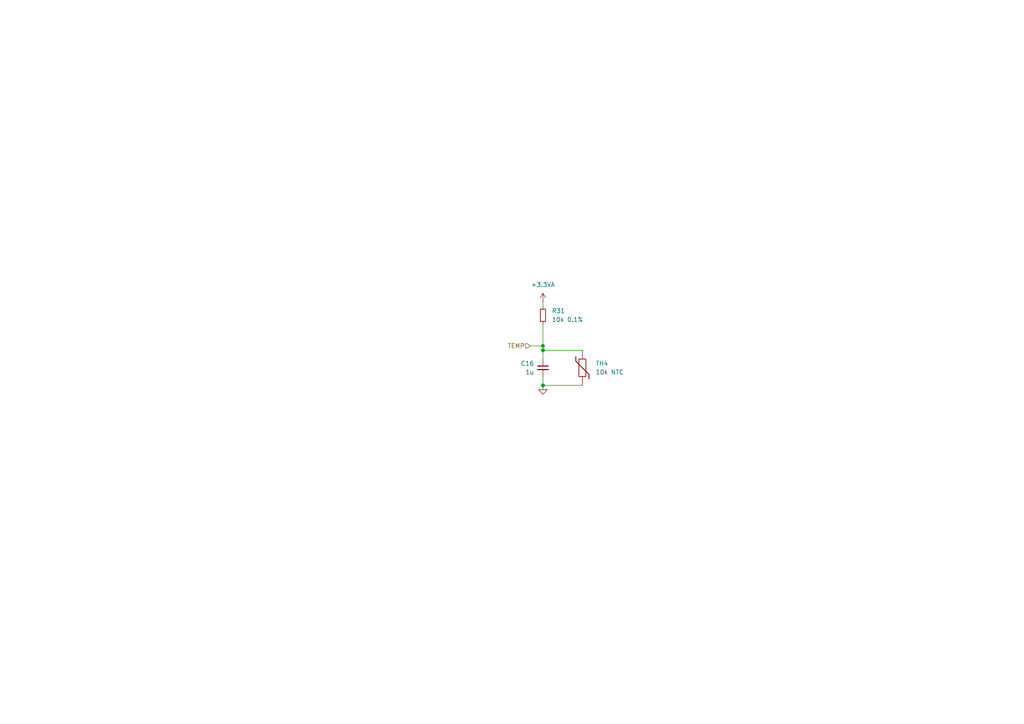
<source format=kicad_sch>
(kicad_sch (version 20230121) (generator eeschema)
  (paper "A4")
  (lib_symbols
    (symbol "Device:C_Small" (pin_numbers hide) (pin_names (offset 0.254) hide)
      (property "Reference" "C" (at 0.254 1.778 0))
      (property "Value" "C_Small" (at 0.254 -2.032 0))
      (symbol "C_Small_0_1"
        (polyline (pts (xy -1.524 -0.508) (xy 1.524 -0.508)) (stroke (width 0.3302)))
        (polyline (pts (xy -1.524 0.508) (xy 1.524 0.508)) (stroke (width 0.3048)))
      )
      (symbol "C_Small_1_1"
        (pin passive line (at 0 2.54 270) (length 2.032) (name "~") (number "1"))
        (pin passive line (at 0 -2.54 90) (length 2.032) (name "~") (number "2"))
      )
    )
    (symbol "Device:R_Small" (pin_numbers hide) (pin_names (offset 0.254) hide)
      (property "Reference" "R" (at 0.762 0.508 0))
      (property "Value" "R_Small" (at 0.762 -1.016 0))
      (symbol "R_Small_0_1"
        (rectangle (start -0.762 1.778) (end 0.762 -1.778) (stroke (width 0.2032)))
      )
      (symbol "R_Small_1_1"
        (pin passive line (at 0 2.54 270) (length 0.762) (name "~") (number "1"))
        (pin passive line (at 0 -2.54 90) (length 0.762) (name "~") (number "2"))
      )
    )
    (symbol "Device:Thermistor" (pin_numbers hide) (pin_names (offset 0))
      (property "Reference" "TH" (at 2.54 1.27 90))
      (property "Value" "Thermistor" (at -2.54 0 90))
      (symbol "Thermistor_0_1"
        (rectangle (start -1.016 2.54) (end 1.016 -2.54) (stroke (width 0.2032)))
        (polyline (pts (xy -1.905 3.175) (xy -1.905 1.905) (xy 1.905 -1.905) (xy 1.905 -3.175) (xy 1.905 -3.175)) (stroke (width 0.254)))
      )
      (symbol "Thermistor_1_1"
        (pin passive line (at 0 5.08 270) (length 2.54) (name "~") (number "1"))
        (pin passive line (at 0 -5.08 90) (length 2.54) (name "~") (number "2"))
      )
    )
    (symbol "power:+3.3VA" (power) (pin_names (offset 0))
      (property "Value" "+3.3VA" (at 0 3.556 0))
      (symbol "+3.3VA_0_1"
        (polyline (pts (xy -0.762 1.27) (xy 0 2.54)))
        (polyline (pts (xy 0 0) (xy 0 2.54)))
        (polyline (pts (xy 0 2.54) (xy 0.762 1.27)))
      )
      (symbol "+3.3VA_1_1"
        (pin power_in line (at 0 0 90) (length 0) hide (name "+3.3VA") (number "1"))
      )
    )
    (symbol "power:GND" (power) (pin_names (offset 0))
      (property "Value" "GND" (at 0 -3.81 0))
      (symbol "GND_0_1"
        (polyline (pts (xy 0 0) (xy 0 -1.27) (xy 1.27 -1.27) (xy 0 -2.54) (xy -1.27 -1.27) (xy 0 -1.27)))
      )
      (symbol "GND_1_1"
        (pin power_in line (at 0 0 270) (length 0) hide (name "GND") (number "1"))
      )
    )
  )
  (junction (at 157.48 100.33))
  (junction (at 157.48 101.6))
  (junction (at 157.48 111.76))
  (wire (pts (xy 157.48 101.6) (xy 168.91 101.6)))
  (wire (pts (xy 157.48 87.63) (xy 157.48 88.9)))
  (wire (pts (xy 157.48 93.98) (xy 157.48 100.33)))
  (wire (pts (xy 153.67 100.33) (xy 157.48 100.33)))
  (wire (pts (xy 157.48 109.22) (xy 157.48 111.76)))
  (wire (pts (xy 157.48 100.33) (xy 157.48 101.6)))
  (wire (pts (xy 157.48 101.6) (xy 157.48 104.14)))
  (wire (pts (xy 157.48 111.76) (xy 168.91 111.76)))
  (hierarchical_label "TEMP" (shape input) (at 153.67 100.33 180))
  (symbol (lib_id "Device:R_Small") (at 157.48 91.44 0) (unit 1)
    (property "Reference" "R31" (at 160.02 90.17 0) (effects (justify left)))
    (property "Value" "10k 0.1%" (at 160.02 92.71 0) (effects (justify left)))
    (property "Footprint" "Resistor_SMD:R_0603_1608Metric" (effects hide))
    (instances (project "cell-tap-connector-pcb" (path "" (reference "R31") (unit 1)) (path "" (reference "R1") (unit 1)) (path "" (reference "R7") (unit 1))))
  )
  (symbol (lib_id "Device:Thermistor") (at 168.91 106.68 0) (unit 1)
    (property "Reference" "TH4" (at 172.72 105.41 0) (effects (justify left)))
    (property "Value" "10k NTC" (at 172.72 107.95 0) (effects (justify left)))
    (property "Footprint" "Resistor_SMD:R_0603_1608Metric" (effects hide))
    (instances (project "cell-tap-connector-pcb" (path "" (reference "TH4") (unit 1)) (path "" (reference "TH1") (unit 1)) (path "" (reference "TH3") (unit 1))))
  )
  (symbol (lib_id "Device:C_Small") (at 157.48 106.68 0) (mirror y) (unit 1)
    (property "Reference" "C16" (at 154.94 105.4163 0) (effects (justify left)))
    (property "Value" "1u" (at 154.94 107.9563 0) (effects (justify left)))
    (property "Footprint" "Capacitor_SMD:C_0603_1608Metric" (effects hide))
    (instances (project "cell-tap-connector-pcb" (path "" (reference "C16") (unit 1)) (path "" (reference "C1") (unit 1)) (path "" (reference "C4") (unit 1))))
  )
  (symbol (lib_id "power:GND") (at 157.48 111.76 0) (mirror y) (unit 1)
    (property "Reference" "#PWR03" (effects hide))
    (property "Value" "GND" (effects hide))
    (instances (project "cell-tap-connector-pcb" (path "" (reference "#PWR03") (unit 1)) (path "" (reference "#PWR048") (unit 1)) (path "" (reference "#PWR03") (unit 1)) (path "" (reference "#PWR012") (unit 1))))
  )
  (symbol (lib_id "power:+3.3VA") (at 157.48 87.63 0) (unit 1)
    (property "Reference" "#PWR046" (effects hide))
    (property "Value" "+3.3VA" (at 157.48 82.55 0))
    (instances (project "cell-tap-connector-pcb" (path "" (reference "#PWR046") (unit 1)) (path "" (reference "#PWR01") (unit 1)) (path "" (reference "#PWR010") (unit 1))))
  )
)
</source>
